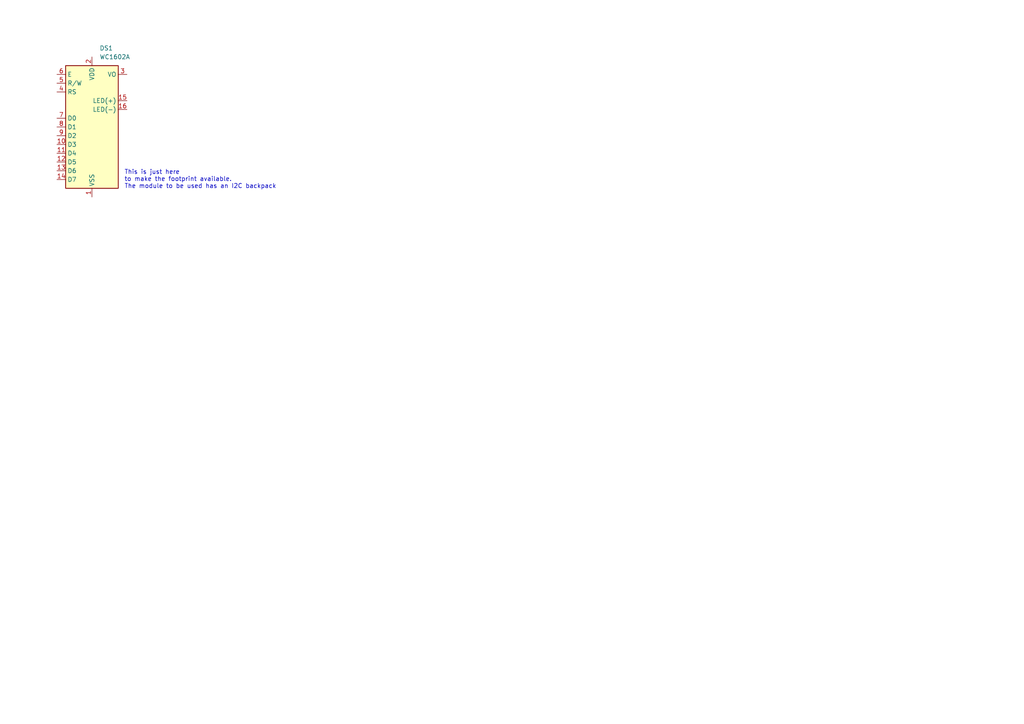
<source format=kicad_sch>
(kicad_sch
	(version 20231120)
	(generator "eeschema")
	(generator_version "8.0")
	(uuid "031dfe45-7fd1-4501-9794-bf4ab27cbe16")
	(paper "A4")
	(lib_symbols
		(symbol "Display_Character:WC1602A"
			(exclude_from_sim no)
			(in_bom yes)
			(on_board yes)
			(property "Reference" "DS"
				(at -5.842 19.05 0)
				(effects
					(font
						(size 1.27 1.27)
					)
				)
			)
			(property "Value" "WC1602A"
				(at 5.334 19.05 0)
				(effects
					(font
						(size 1.27 1.27)
					)
				)
			)
			(property "Footprint" "Display:WC1602A"
				(at 0 -22.86 0)
				(effects
					(font
						(size 1.27 1.27)
						(italic yes)
					)
					(hide yes)
				)
			)
			(property "Datasheet" "http://www.wincomlcd.com/pdf/WC1602A-SFYLYHTC06.pdf"
				(at 17.78 0 0)
				(effects
					(font
						(size 1.27 1.27)
					)
					(hide yes)
				)
			)
			(property "Description" "LCD 16x2 Alphanumeric , 8 bit parallel bus, 5V VDD"
				(at 0 0 0)
				(effects
					(font
						(size 1.27 1.27)
					)
					(hide yes)
				)
			)
			(property "ki_keywords" "display LCD dot-matrix"
				(at 0 0 0)
				(effects
					(font
						(size 1.27 1.27)
					)
					(hide yes)
				)
			)
			(property "ki_fp_filters" "*WC*1602A*"
				(at 0 0 0)
				(effects
					(font
						(size 1.27 1.27)
					)
					(hide yes)
				)
			)
			(symbol "WC1602A_1_1"
				(rectangle
					(start -7.62 17.78)
					(end 7.62 -17.78)
					(stroke
						(width 0.254)
						(type default)
					)
					(fill
						(type background)
					)
				)
				(pin power_in line
					(at 0 -20.32 90)
					(length 2.54)
					(name "VSS"
						(effects
							(font
								(size 1.27 1.27)
							)
						)
					)
					(number "1"
						(effects
							(font
								(size 1.27 1.27)
							)
						)
					)
				)
				(pin input line
					(at -10.16 -5.08 0)
					(length 2.54)
					(name "D3"
						(effects
							(font
								(size 1.27 1.27)
							)
						)
					)
					(number "10"
						(effects
							(font
								(size 1.27 1.27)
							)
						)
					)
				)
				(pin input line
					(at -10.16 -7.62 0)
					(length 2.54)
					(name "D4"
						(effects
							(font
								(size 1.27 1.27)
							)
						)
					)
					(number "11"
						(effects
							(font
								(size 1.27 1.27)
							)
						)
					)
				)
				(pin input line
					(at -10.16 -10.16 0)
					(length 2.54)
					(name "D5"
						(effects
							(font
								(size 1.27 1.27)
							)
						)
					)
					(number "12"
						(effects
							(font
								(size 1.27 1.27)
							)
						)
					)
				)
				(pin input line
					(at -10.16 -12.7 0)
					(length 2.54)
					(name "D6"
						(effects
							(font
								(size 1.27 1.27)
							)
						)
					)
					(number "13"
						(effects
							(font
								(size 1.27 1.27)
							)
						)
					)
				)
				(pin input line
					(at -10.16 -15.24 0)
					(length 2.54)
					(name "D7"
						(effects
							(font
								(size 1.27 1.27)
							)
						)
					)
					(number "14"
						(effects
							(font
								(size 1.27 1.27)
							)
						)
					)
				)
				(pin power_in line
					(at 10.16 7.62 180)
					(length 2.54)
					(name "LED(+)"
						(effects
							(font
								(size 1.27 1.27)
							)
						)
					)
					(number "15"
						(effects
							(font
								(size 1.27 1.27)
							)
						)
					)
				)
				(pin power_in line
					(at 10.16 5.08 180)
					(length 2.54)
					(name "LED(-)"
						(effects
							(font
								(size 1.27 1.27)
							)
						)
					)
					(number "16"
						(effects
							(font
								(size 1.27 1.27)
							)
						)
					)
				)
				(pin power_in line
					(at 0 20.32 270)
					(length 2.54)
					(name "VDD"
						(effects
							(font
								(size 1.27 1.27)
							)
						)
					)
					(number "2"
						(effects
							(font
								(size 1.27 1.27)
							)
						)
					)
				)
				(pin input line
					(at 10.16 15.24 180)
					(length 2.54)
					(name "VO"
						(effects
							(font
								(size 1.27 1.27)
							)
						)
					)
					(number "3"
						(effects
							(font
								(size 1.27 1.27)
							)
						)
					)
				)
				(pin input line
					(at -10.16 10.16 0)
					(length 2.54)
					(name "RS"
						(effects
							(font
								(size 1.27 1.27)
							)
						)
					)
					(number "4"
						(effects
							(font
								(size 1.27 1.27)
							)
						)
					)
				)
				(pin input line
					(at -10.16 12.7 0)
					(length 2.54)
					(name "R/W"
						(effects
							(font
								(size 1.27 1.27)
							)
						)
					)
					(number "5"
						(effects
							(font
								(size 1.27 1.27)
							)
						)
					)
				)
				(pin input line
					(at -10.16 15.24 0)
					(length 2.54)
					(name "E"
						(effects
							(font
								(size 1.27 1.27)
							)
						)
					)
					(number "6"
						(effects
							(font
								(size 1.27 1.27)
							)
						)
					)
				)
				(pin input line
					(at -10.16 2.54 0)
					(length 2.54)
					(name "D0"
						(effects
							(font
								(size 1.27 1.27)
							)
						)
					)
					(number "7"
						(effects
							(font
								(size 1.27 1.27)
							)
						)
					)
				)
				(pin input line
					(at -10.16 0 0)
					(length 2.54)
					(name "D1"
						(effects
							(font
								(size 1.27 1.27)
							)
						)
					)
					(number "8"
						(effects
							(font
								(size 1.27 1.27)
							)
						)
					)
				)
				(pin input line
					(at -10.16 -2.54 0)
					(length 2.54)
					(name "D2"
						(effects
							(font
								(size 1.27 1.27)
							)
						)
					)
					(number "9"
						(effects
							(font
								(size 1.27 1.27)
							)
						)
					)
				)
			)
		)
	)
	(text "This is just here\nto make the footprint available.\nThe module to be used has an I2C backpack"
		(exclude_from_sim no)
		(at 36.068 52.07 0)
		(effects
			(font
				(size 1.27 1.27)
			)
			(justify left)
		)
		(uuid "63bee35b-0847-4d1c-81aa-db52fa099ca7")
	)
	(symbol
		(lib_id "Display_Character:WC1602A")
		(at 26.67 36.83 0)
		(unit 1)
		(exclude_from_sim no)
		(in_bom yes)
		(on_board yes)
		(dnp no)
		(fields_autoplaced yes)
		(uuid "35397c58-0621-4422-8439-08cb42b08813")
		(property "Reference" "DS1"
			(at 28.8641 13.97 0)
			(effects
				(font
					(size 1.27 1.27)
				)
				(justify left)
			)
		)
		(property "Value" "WC1602A"
			(at 28.8641 16.51 0)
			(effects
				(font
					(size 1.27 1.27)
				)
				(justify left)
			)
		)
		(property "Footprint" "Display:WC1602A"
			(at 26.67 59.69 0)
			(effects
				(font
					(size 1.27 1.27)
					(italic yes)
				)
				(hide yes)
			)
		)
		(property "Datasheet" "http://www.wincomlcd.com/pdf/WC1602A-SFYLYHTC06.pdf"
			(at 44.45 36.83 0)
			(effects
				(font
					(size 1.27 1.27)
				)
				(hide yes)
			)
		)
		(property "Description" "LCD 16x2 Alphanumeric , 8 bit parallel bus, 5V VDD"
			(at 26.67 36.83 0)
			(effects
				(font
					(size 1.27 1.27)
				)
				(hide yes)
			)
		)
		(pin "16"
			(uuid "766ab081-64ee-4041-8181-bc5cfd09fec4")
		)
		(pin "14"
			(uuid "837d4ba1-1d24-407e-b43d-1550473c4ae1")
		)
		(pin "15"
			(uuid "191eae62-e192-4c23-81a8-80114bf3f041")
		)
		(pin "4"
			(uuid "734a71b1-044a-49a9-88cd-84e6eb1e2c11")
		)
		(pin "3"
			(uuid "c71fd39f-77bf-46a5-84d6-9082ce26f222")
		)
		(pin "6"
			(uuid "c5a042ea-c419-4f60-9802-e7a617c0a4b6")
		)
		(pin "13"
			(uuid "5012bfd6-11b7-44de-b14c-66b30d7e01f0")
		)
		(pin "8"
			(uuid "6bc547cd-ce10-4652-bd4b-9fe58e2ea21c")
		)
		(pin "7"
			(uuid "34ad2f80-c48e-4ff7-a3ff-6cd4c1de5f5b")
		)
		(pin "9"
			(uuid "706cf946-9215-4fac-a9ac-8452c5c0ba00")
		)
		(pin "10"
			(uuid "05b89bbc-62e6-4e6c-97fb-83b5f5474c37")
		)
		(pin "12"
			(uuid "f3a50eec-a40e-44ab-b06f-6c9183b39ef8")
		)
		(pin "2"
			(uuid "62fec679-0ea2-4dd1-af3d-31d06357e484")
		)
		(pin "1"
			(uuid "e8adb4c3-710e-4e46-a9c2-db3835be59cb")
		)
		(pin "5"
			(uuid "0c5668fa-2f5d-4945-be0b-a77031d55c61")
		)
		(pin "11"
			(uuid "ca87193e-7326-4dac-bf6d-b89abef1bba0")
		)
		(instances
			(project ""
				(path "/6d1929cf-8167-4038-9c8d-a941d3ab1e89/28db4ea8-57d3-4026-b2d1-d4d1de0b75c3"
					(reference "DS1")
					(unit 1)
				)
			)
		)
	)
)

</source>
